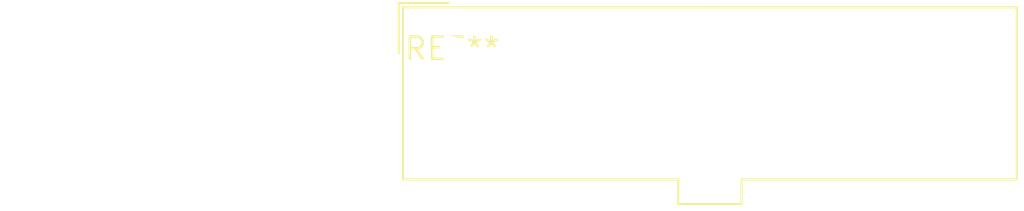
<source format=kicad_pcb>
(kicad_pcb (version 20240108) (generator pcbnew)
  (layers (0 "F.Cu" signal) (31 "B.Cu" signal) (34 "B.Paste" user) (35 "F.Paste" user) (36 "B.SilkS" user "B.Silkscreen") (37 "F.SilkS" user "F.Silkscreen") (38 "B.Mask" user) (39 "F.Mask" user) (44 "Edge.Cuts" user))
  (net 0 "")
  (footprint "Molex_Mini-Fit_Jr_5566-16A_2x08_P4.20mm_Vertical" (layer "F.Cu") (at 0 0)
    (property "Reference" "REF**")
    (property "Value" "Molex_Mini-Fit_Jr_5566-16A_2x08_P4.20mm_Vertical")
    (fp_line (start -3.05 -2.6) (end -3.05 0.25) (layer "F.SilkS") (stroke (width 0.12)))
    (fp_line (start -2.81 -2.36) (end -2.81 7.46) (layer "F.SilkS") (stroke (width 0.12)))
    (fp_line (start -2.81 7.46) (end 12.89 7.46) (layer "F.SilkS") (stroke (width 0.12)))
    (fp_line (start -0.2 -2.6) (end -3.05 -2.6) (layer "F.SilkS") (stroke (width 0.12)))
    (fp_line (start 12.89 7.46) (end 12.89 8.86) (layer "F.SilkS") (stroke (width 0.12)))
    (fp_line (start 12.89 8.86) (end 14.7 8.86) (layer "F.SilkS") (stroke (width 0.12)))
    (fp_line (start 14.7 -2.36) (end -2.81 -2.36) (layer "F.SilkS") (stroke (width 0.12)))
    (fp_line (start 14.7 -2.36) (end 32.21 -2.36) (layer "F.SilkS") (stroke (width 0.12)))
    (fp_line (start 16.51 7.46) (end 16.51 8.86) (layer "F.SilkS") (stroke (width 0.12)))
    (fp_line (start 16.51 8.86) (end 14.7 8.86) (layer "F.SilkS") (stroke (width 0.12)))
    (fp_line (start 32.21 -2.36) (end 32.21 7.46) (layer "F.SilkS") (stroke (width 0.12)))
    (fp_line (start 32.21 7.46) (end 16.51 7.46) (layer "F.SilkS") (stroke (width 0.12)))
    (pad "1" thru_hole roundrect (at 0 0) (size 2.7 3.3) (drill 1.4) (layers *.Cu *.Mask) (remove_unused_layers) (roundrect_rratio 0.092593))
    (pad "2" thru_hole oval (at 4.2 0) (size 2.7 3.3) (drill 1.4) (layers *.Cu *.Mask) (remove_unused_layers))
    (pad "3" thru_hole oval (at 8.4 0) (size 2.7 3.3) (drill 1.4) (layers *.Cu *.Mask) (remove_unused_layers))
    (pad "4" thru_hole oval (at 12.6 0) (size 2.7 3.3) (drill 1.4) (layers *.Cu *.Mask) (remove_unused_layers))
    (pad "5" thru_hole oval (at 16.8 0) (size 2.7 3.3) (drill 1.4) (layers *.Cu *.Mask) (remove_unused_layers))
    (pad "6" thru_hole oval (at 21 0) (size 2.7 3.3) (drill 1.4) (layers *.Cu *.Mask) (remove_unused_layers))
    (pad "7" thru_hole oval (at 25.2 0) (size 2.7 3.3) (drill 1.4) (layers *.Cu *.Mask) (remove_unused_layers))
    (pad "8" thru_hole oval (at 29.4 0) (size 2.7 3.3) (drill 1.4) (layers *.Cu *.Mask) (remove_unused_layers))
    (pad "9" thru_hole oval (at 0 5.5) (size 2.7 3.3) (drill 1.4) (layers *.Cu *.Mask) (remove_unused_layers))
    (pad "10" thru_hole oval (at 4.2 5.5) (size 2.7 3.3) (drill 1.4) (layers *.Cu *.Mask) (remove_unused_layers))
    (pad "11" thru_hole oval (at 8.4 5.5) (size 2.7 3.3) (drill 1.4) (layers *.Cu *.Mask) (remove_unused_layers))
    (pad "12" thru_hole oval (at 12.6 5.5) (size 2.7 3.3) (drill 1.4) (layers *.Cu *.Mask) (remove_unused_layers))
    (pad "13" thru_hole oval (at 16.8 5.5) (size 2.7 3.3) (drill 1.4) (layers *.Cu *.Mask) (remove_unused_layers))
    (pad "14" thru_hole oval (at 21 5.5) (size 2.7 3.3) (drill 1.4) (layers *.Cu *.Mask) (remove_unused_layers))
    (pad "15" thru_hole oval (at 25.2 5.5) (size 2.7 3.3) (drill 1.4) (layers *.Cu *.Mask) (remove_unused_layers))
    (pad "16" thru_hole oval (at 29.4 5.5) (size 2.7 3.3) (drill 1.4) (layers *.Cu *.Mask) (remove_unused_layers))
  )
)
</source>
